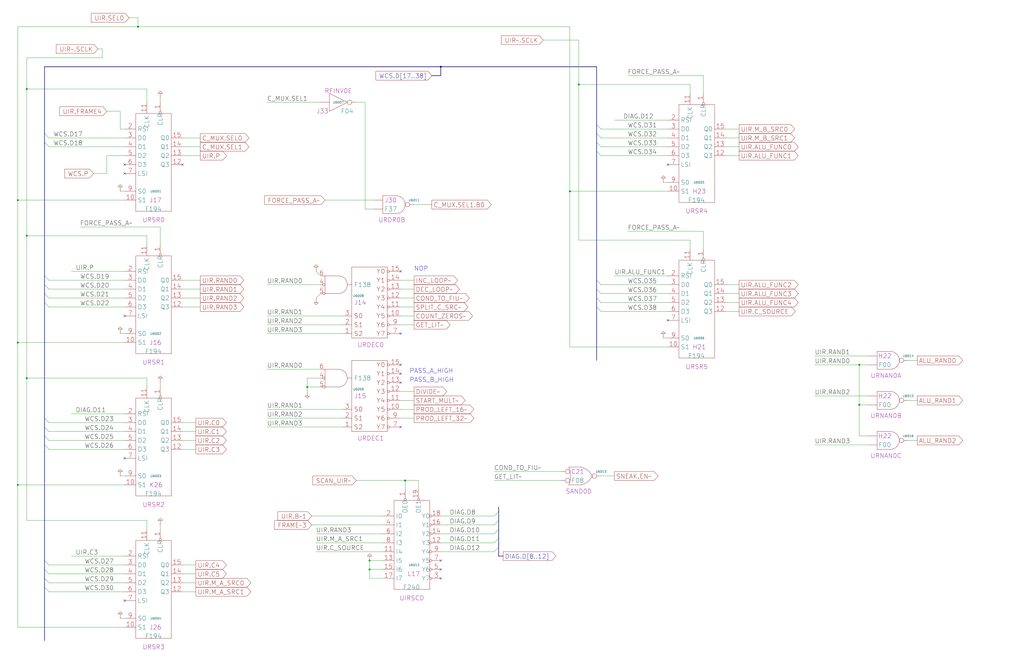
<source format=kicad_sch>
(kicad_sch (version 20211123) (generator eeschema)
  (paper "User" 584.2 378.46)
  (title_block (title "WRITABLE CONTROL STORE\\nMICRO INSTRUCTION REGISTER") (date "22-MAR-90") (rev "1.0") (comment 1 "VALUE") (comment 2 "232-003063") (comment 3 "S400") (comment 4 "RELEASED"))
  (lib_symbols
    (symbol "r1000:F00" (pin_numbers hide) (pin_names hide)
      (property "Reference" "U" (at 15.24 0 0))
      (property "Value" "F00" (at 1.905 -5.08 0))
      (property "Location" "___" (at 1.905 0 0))
      (property "Name" "______" (at 2.54 -12.7 0))
      (symbol "F00_0_1"
        (polyline (pts (xy -2.54 -7.62) (xy 5.08 -7.62)) (stroke (width 0.1524)))
        (polyline (pts (xy -2.54 2.54) (xy -2.54 -7.62)) (stroke (width 0.1524)))
        (polyline (pts (xy -2.54 2.54) (xy 5.08 2.54)) (stroke (width 0.1524)))
        (arc (start 5.08 -7.62) (mid 10.1282 -2.54) (end 5.08 2.54) (stroke (width 0.1524)))
        (circle (center 11.43 -2.54) (radius 1.27) (stroke (width 0.1524)))
      )
      (symbol "F00_0_2"
        (circle (center -3.81 -5.08) (radius 1.27) (stroke (width 0.1524)))
        (circle (center -3.81 0) (radius 1.27) (stroke (width 0.1524)))
        (arc (start -3.175 -7.62) (mid -2.134 -2.54) (end -3.175 2.54) (stroke (width 0.1524)))
        (polyline (pts (xy -3.175 -7.62) (xy 3.81 -7.62)) (stroke (width 0.1524)))
        (polyline (pts (xy -3.175 2.54) (xy 3.81 2.54)) (stroke (width 0.1524)))
        (arc (start 3.81 -7.62) (mid 7.5855 -5.8306) (end 10.16 -2.54) (stroke (width 0.1524)))
        (arc (start 10.16 -2.54) (mid 7.5827 0.7471) (end 3.81 2.54) (stroke (width 0.1524)))
      )
      (symbol "F00_1_1"
        (pin input line (at -7.62 0 0) (length 5.08) (name "D0") (number "1"))
        (pin input line (at -7.62 -5.08 0) (length 5.08) (name "D1") (number "2"))
        (pin output line (at 15.24 -2.54 180) (length 2.54) (name "Q") (number "3"))
      )
      (symbol "F00_1_2"
        (pin input line (at -7.62 0 0) (length 2.54) (name "D0") (number "1"))
        (pin input line (at -7.62 -5.08 0) (length 2.54) (name "D1") (number "2"))
        (pin output line (at 15.24 -2.54 180) (length 5.08) (name "Q") (number "3"))
      )
    )
    (symbol "r1000:F04" (pin_numbers hide) (pin_names hide)
      (property "Reference" "U" (at 0 0 0))
      (property "Value" "F04" (at 1.27 -5.08 0))
      (property "Location" "___" (at -12.7 -5.08 0))
      (property "Name" "______" (at 0 5.08 0))
      (symbol "F04_0_1"
        (polyline (pts (xy -7.62 0) (xy -5.08 0)) (stroke (width 0.1524)))
        (polyline (pts (xy -5.08 5.08) (xy -5.08 -5.08)) (stroke (width 0.1524)))
        (polyline (pts (xy 5.08 0) (xy -5.08 -5.08)) (stroke (width 0.1524)))
        (polyline (pts (xy 5.08 0) (xy -5.08 5.08)) (stroke (width 0.1524)))
        (circle (center 6.35 0) (radius 1.27) (stroke (width 0.1524)))
      )
      (symbol "F04_1_1"
        (pin input line (at -10.16 0 0) (length 2.54) (name "D") (number "1"))
        (pin output line (at 10.16 0 180) (length 2.54) (name "Q") (number "2"))
      )
    )
    (symbol "r1000:F08" (pin_numbers hide) (pin_names hide)
      (property "Reference" "U" (at 15.24 0 0))
      (property "Value" "F08" (at 1.905 -5.08 0))
      (property "Location" "___" (at 1.905 0 0))
      (property "Name" "______" (at 2.54 -12.7 0))
      (symbol "F08_0_1"
        (polyline (pts (xy -2.54 -7.62) (xy 5.08 -7.62)) (stroke (width 0.1524)))
        (polyline (pts (xy -2.54 2.54) (xy -2.54 -7.62)) (stroke (width 0.1524)))
        (polyline (pts (xy -2.54 2.54) (xy 5.08 2.54)) (stroke (width 0.1524)))
        (arc (start 5.08 -7.62) (mid 10.1282 -2.54) (end 5.08 2.54) (stroke (width 0.1524)))
        (circle (center 11.43 -2.54) (radius 1.27) (stroke (width 0.1524)))
      )
      (symbol "F08_0_2"
        (circle (center -3.81 -5.08) (radius 1.27) (stroke (width 0.1524)))
        (circle (center -3.81 0) (radius 1.27) (stroke (width 0.1524)))
        (arc (start -3.175 -7.62) (mid -2.134 -2.54) (end -3.175 2.54) (stroke (width 0.1524)))
        (polyline (pts (xy -3.175 -7.62) (xy 3.81 -7.62)) (stroke (width 0.1524)))
        (polyline (pts (xy -3.175 2.54) (xy 3.81 2.54)) (stroke (width 0.1524)))
        (arc (start 3.81 -7.62) (mid 7.5855 -5.8306) (end 10.16 -2.54) (stroke (width 0.1524)))
        (arc (start 10.16 -2.54) (mid 7.5827 0.7471) (end 3.81 2.54) (stroke (width 0.1524)))
        (circle (center 11.43 -2.54) (radius 1.27) (stroke (width 0.1524)))
      )
      (symbol "F08_1_1"
        (pin input line (at -7.62 0 0) (length 5.08) (name "D0") (number "1"))
        (pin input line (at -7.62 -5.08 0) (length 5.08) (name "D1") (number "2"))
        (pin output line (at 15.24 -2.54 180) (length 2.54) (name "Q") (number "3"))
      )
      (symbol "F08_1_2"
        (pin input line (at -7.62 0 0) (length 2.54) (name "D0") (number "1"))
        (pin input line (at -7.62 -5.08 0) (length 2.54) (name "D1") (number "2"))
        (pin output line (at 15.24 -2.54 180) (length 2.54) (name "Q") (number "3"))
      )
    )
    (symbol "r1000:F138" (pin_names (offset 1.016) hide)
      (property "Reference" "U" (at 1.27 3.81 0))
      (property "Value" "F138" (at -1.27 10.16 0))
      (property "Location" "___" (at -1.27 0 0))
      (property "Name" "______" (at 8.255 -24.13 0))
      (symbol "F138_0_0"
        (arc (start -10.16 5.08) (mid -6.5679 6.5679) (end -5.08 10.16) (stroke (width 0.1524)))
        (arc (start -5.08 10.16) (mid -6.5679 13.7521) (end -10.16 15.24) (stroke (width 0.1524)))
        (polyline (pts (xy -17.78 5.08) (xy -10.16 5.08)) (stroke (width 0.1524)))
        (polyline (pts (xy -17.78 15.24) (xy -10.16 15.24)) (stroke (width 0.1524)))
      )
      (symbol "F138_0_1"
        (circle (center -18.415 5.08) (radius 0.635) (stroke (width 0.1524)))
        (circle (center -18.415 10.16) (radius 0.635) (stroke (width 0.1524)))
        (rectangle (start -2.54 20.32) (end 17.78 -20.32) (stroke (width 0.1524)))
        (polyline (pts (xy -19.05 15.24) (xy -17.78 15.24)) (stroke (width 0.1524)))
        (polyline (pts (xy -17.78 15.24) (xy -17.78 5.08)) (stroke (width 0.1524)))
        (polyline (pts (xy -2.54 10.16) (xy -5.08 10.16)) (stroke (width 0.1524)))
      )
      (symbol "F138_1_1"
        (circle (center 18.415 -17.78) (radius 0.635))
        (circle (center 18.415 -12.7) (radius 0.635))
        (circle (center 18.415 -7.62) (radius 0.635))
        (circle (center 18.415 -2.54) (radius 0.635))
        (circle (center 18.415 2.54) (radius 0.635))
        (circle (center 18.415 7.62) (radius 0.635))
        (circle (center 18.415 12.7) (radius 0.635))
        (circle (center 18.415 17.78) (radius 0.635))
        (text "0" (at 2.54 -7.62 0) (effects (font (size 2.54 2.54))))
        (text "0" (at 15.24 17.78 0) (effects (font (size 2.54 2.54))))
        (text "1" (at 2.54 -12.7 0) (effects (font (size 2.54 2.54))))
        (text "1" (at 15.24 12.7 0) (effects (font (size 2.54 2.54))))
        (text "2" (at 2.54 -17.78 0) (effects (font (size 2.54 2.54))))
        (text "2" (at 15.24 7.62 0) (effects (font (size 2.54 2.54))))
        (text "3" (at 15.24 2.54 0) (effects (font (size 2.54 2.54))))
        (text "4" (at 15.24 -2.54 0) (effects (font (size 2.54 2.54))))
        (text "5" (at 15.24 -7.62 0) (effects (font (size 2.54 2.54))))
        (text "6" (at 15.24 -12.7 0) (effects (font (size 2.54 2.54))))
        (text "7" (at 15.24 -17.78 0) (effects (font (size 2.54 2.54))))
        (text "S" (at 0 -17.78 0) (effects (font (size 2.54 2.54))))
        (text "S" (at 0 -12.7 0) (effects (font (size 2.54 2.54))))
        (text "S" (at 0 -7.62 0) (effects (font (size 2.54 2.54))))
        (text "Y" (at 12.7 -17.78 0) (effects (font (size 2.54 2.54))))
        (text "Y" (at 12.7 -12.7 0) (effects (font (size 2.54 2.54))))
        (text "Y" (at 12.7 -7.62 0) (effects (font (size 2.54 2.54))))
        (text "Y" (at 12.7 -2.54 0) (effects (font (size 2.54 2.54))))
        (text "Y" (at 12.7 2.54 0) (effects (font (size 2.54 2.54))))
        (text "Y" (at 12.7 7.62 0) (effects (font (size 2.54 2.54))))
        (text "Y" (at 12.7 12.7 0) (effects (font (size 2.54 2.54))))
        (text "Y" (at 12.7 17.78 0) (effects (font (size 2.54 2.54))))
        (pin input line (at -7.62 -17.78 0) (length 5.08) (name "S2") (number "1"))
        (pin output line (at 25.4 -7.62 180) (length 6.35) (name "Y5_") (number "10"))
        (pin output line (at 25.4 -2.54 180) (length 6.35) (name "Y4_") (number "11"))
        (pin output line (at 25.4 2.54 180) (length 6.35) (name "Y3_") (number "12"))
        (pin output line (at 25.4 7.62 180) (length 6.35) (name "Y2_") (number "13"))
        (pin output line (at 25.4 12.7 180) (length 6.35) (name "Y1_") (number "14"))
        (pin output line (at 25.4 17.78 180) (length 6.35) (name "Y0_") (number "15"))
        (pin input line (at -7.62 -12.7 0) (length 5.08) (name "S1") (number "2"))
        (pin input line (at -7.62 -7.62 0) (length 5.08) (name "S0") (number "3"))
        (pin input line (at -20.32 10.16 0) (length 1.27) (name "D1") (number "4"))
        (pin input line (at -20.32 5.08 0) (length 1.27) (name "D2") (number "5"))
        (pin input line (at -20.32 15.24 0) (length 1.27) (name "D0") (number "6"))
        (pin output line (at 25.4 -17.78 180) (length 6.35) (name "Y7_") (number "7"))
        (pin output line (at 25.4 -12.7 180) (length 6.35) (name "Y6_") (number "9"))
      )
    )
    (symbol "r1000:F194" (pin_names (offset 1.016))
      (property "Reference" "U" (at 2.54 5.08 0))
      (property "Value" "F194" (at -3.81 -5.08 0))
      (property "Location" "___" (at -1.27 0 0))
      (property "Name" "______" (at 1.27 -12.7 0))
      (symbol "F194_1_1"
        (rectangle (start -8.89 49.53) (end 11.43 -6.35))
        (circle (center 5.08 50.165) (radius 0.635))
        (pin input line (at 5.08 55.88 270) (length 5.08) (name "CLR") (number "1"))
        (pin input line (at -15.24 0 0) (length 6.35) (name "S1") (number "10"))
        (pin input line (at -2.54 55.88 270) (length 6.35) (name "CLK") (number "11"))
        (pin output line (at 17.78 20.32 180) (length 6.35) (name "Q3") (number "12"))
        (pin output line (at 17.78 25.4 180) (length 6.35) (name "Q2") (number "13"))
        (pin output line (at 17.78 30.48 180) (length 6.35) (name "Q1") (number "14"))
        (pin output line (at 17.78 35.56 180) (length 6.35) (name "Q0") (number "15"))
        (pin input line (at -15.24 40.64 0) (length 6.35) (name "RSI") (number "2"))
        (pin input line (at -15.24 35.56 0) (length 6.35) (name "D0") (number "3"))
        (pin input line (at -15.24 30.48 0) (length 6.35) (name "D1") (number "4"))
        (pin input line (at -15.24 25.4 0) (length 6.35) (name "D2") (number "5"))
        (pin input line (at -15.24 20.32 0) (length 6.35) (name "D3") (number "6"))
        (pin input line (at -15.24 15.24 0) (length 6.35) (name "LSI") (number "7"))
        (pin input line (at -15.24 5.08 0) (length 6.35) (name "S0") (number "9"))
      )
    )
    (symbol "r1000:F240" (pin_names (offset 1.016))
      (property "Reference" "U" (at 2.54 5.08 0))
      (property "Value" "F240" (at -3.81 -7.62 0))
      (property "Location" "___" (at -1.27 0 0))
      (property "Name" "______" (at 1.27 -15.24 0))
      (symbol "F240_1_1"
        (rectangle (start -8.89 41.91) (end 11.43 -8.89))
        (circle (center -2.54 42.545) (radius 0.635))
        (circle (center 5.08 42.545) (radius 0.635))
        (circle (center 12.065 -2.54) (radius 0.635))
        (circle (center 12.065 2.54) (radius 0.635))
        (circle (center 12.065 7.62) (radius 0.635))
        (circle (center 12.065 12.7) (radius 0.635))
        (circle (center 12.065 17.78) (radius 0.635))
        (circle (center 12.065 22.86) (radius 0.635))
        (circle (center 12.065 27.94) (radius 0.635))
        (circle (center 12.065 33.02) (radius 0.635))
        (pin input line (at -2.54 48.26 270) (length 5.08) (name "OE0") (number "1"))
        (pin input line (at -15.24 12.7 0) (length 6.35) (name "I4") (number "11"))
        (pin tri_state line (at 17.78 17.78 180) (length 5.08) (name "Y3") (number "12"))
        (pin input line (at -15.24 7.62 0) (length 6.35) (name "I5") (number "13"))
        (pin tri_state line (at 17.78 22.86 180) (length 5.08) (name "Y2") (number "14"))
        (pin input line (at -15.24 2.54 0) (length 6.35) (name "I6") (number "15"))
        (pin tri_state line (at 17.78 27.94 180) (length 5.08) (name "Y1") (number "16"))
        (pin input line (at -15.24 -2.54 0) (length 6.35) (name "I7") (number "17"))
        (pin tri_state line (at 17.78 33.02 180) (length 5.08) (name "Y0") (number "18"))
        (pin input line (at 5.08 48.26 270) (length 5.08) (name "OE1") (number "19"))
        (pin input line (at -15.24 33.02 0) (length 6.35) (name "I0") (number "2"))
        (pin tri_state line (at 17.78 -2.54 180) (length 5.08) (name "Y7") (number "3"))
        (pin input line (at -15.24 27.94 0) (length 6.35) (name "I1") (number "4"))
        (pin tri_state line (at 17.78 2.54 180) (length 5.08) (name "Y6") (number "5"))
        (pin input line (at -15.24 22.86 0) (length 6.35) (name "I2") (number "6"))
        (pin tri_state line (at 17.78 7.62 180) (length 5.08) (name "Y5") (number "7"))
        (pin input line (at -15.24 17.78 0) (length 6.35) (name "I3") (number "8"))
        (pin tri_state line (at 17.78 12.7 180) (length 5.08) (name "Y4") (number "9"))
      )
    )
    (symbol "r1000:F37" (pin_numbers hide) (pin_names (offset 0) hide)
      (property "Reference" "U" (at 15.24 0 0))
      (property "Value" "F37" (at 1.905 -5.08 0))
      (property "Location" "___" (at 1.905 0 0))
      (property "Name" "______" (at 2.54 -12.7 0))
      (symbol "F37_0_1"
        (polyline (pts (xy -2.54 -7.62) (xy 5.08 -7.62)) (stroke (width 0.1524)))
        (polyline (pts (xy -2.54 2.54) (xy -2.54 -7.62)) (stroke (width 0.1524)))
        (polyline (pts (xy -2.54 2.54) (xy 5.08 2.54)) (stroke (width 0.1524)))
        (arc (start 5.08 -7.62) (mid 10.1282 -2.54) (end 5.08 2.54) (stroke (width 0.1524)))
        (circle (center 11.43 -2.54) (radius 1.27) (stroke (width 0.1524)))
      )
      (symbol "F37_0_2"
        (circle (center -3.81 -5.08) (radius 1.27) (stroke (width 0.1524)))
        (circle (center -3.81 0) (radius 1.27) (stroke (width 0.1524)))
        (arc (start -3.175 -7.62) (mid -2.134 -2.54) (end -3.175 2.54) (stroke (width 0.1524)))
        (polyline (pts (xy -3.175 -7.62) (xy 3.81 -7.62)) (stroke (width 0.1524)))
        (polyline (pts (xy -3.175 2.54) (xy 3.81 2.54)) (stroke (width 0.1524)))
        (arc (start 3.81 -7.62) (mid 7.5855 -5.8306) (end 10.16 -2.54) (stroke (width 0.1524)))
        (arc (start 10.16 -2.54) (mid 7.5827 0.7471) (end 3.81 2.54) (stroke (width 0.1524)))
      )
      (symbol "F37_1_1"
        (pin input line (at -7.62 0 0) (length 5.08) (name "D0") (number "1"))
        (pin input line (at -7.62 -5.08 0) (length 5.08) (name "D1") (number "2"))
        (pin output line (at 15.24 -2.54 180) (length 2.54) (name "Q") (number "3"))
      )
      (symbol "F37_1_2"
        (pin input line (at -7.62 0 0) (length 2.54) (name "D0") (number "1"))
        (pin input line (at -7.62 -5.08 0) (length 2.54) (name "D1") (number "2"))
        (pin output line (at 15.24 -2.54 180) (length 5.08) (name "Q") (number "3"))
      )
    )
    (symbol "r1000:PD" (power) (pin_numbers hide) (pin_names hide) (in_bom no)
      (symbol "PD_0_1"
        (polyline (pts (xy 0 -2.54) (xy 1.27 -2.54) (xy 0 -3.81) (xy -1.27 -2.54) (xy 0 -2.54)) (stroke (width 0.1524)))
      )
      (symbol "PD_1_1"
        (pin power_in line (at 0 0 270) (length 2.54) (name "PD") (number "1"))
      )
    )
    (symbol "r1000:PU" (power) (pin_numbers hide) (pin_names hide)
      (symbol "PU_0_1"
        (polyline (pts (xy 0 2.54) (xy -1.27 2.54) (xy 0 3.81) (xy 1.27 2.54) (xy 0 2.54)) (stroke (width 0.1524)))
      )
      (symbol "PU_1_1"
        (pin power_in line (at 0 0 90) (length 2.54) (name "PU") (number "1"))
      )
    )
  )
  (bus (pts (xy 246.38 43.18) (xy 251.46 43.18)))
  (bus (pts (xy 25.4 157.48) (xy 25.4 162.56)))
  (bus (pts (xy 25.4 162.56) (xy 25.4 167.64)))
  (bus (pts (xy 25.4 167.64) (xy 25.4 172.72)))
  (bus (pts (xy 25.4 172.72) (xy 25.4 238.76)))
  (bus (pts (xy 25.4 238.76) (xy 25.4 243.84)))
  (bus (pts (xy 25.4 243.84) (xy 25.4 248.92)))
  (bus (pts (xy 25.4 248.92) (xy 25.4 254)))
  (bus (pts (xy 25.4 254) (xy 25.4 320.04)))
  (bus (pts (xy 25.4 320.04) (xy 25.4 325.12)))
  (bus (pts (xy 25.4 325.12) (xy 25.4 330.2)))
  (bus (pts (xy 25.4 330.2) (xy 25.4 335.28)))
  (bus (pts (xy 25.4 335.28) (xy 25.4 365.76)))
  (bus (pts (xy 25.4 38.1) (xy 25.4 76.2)))
  (bus (pts (xy 25.4 38.1) (xy 251.46 38.1)))
  (bus (pts (xy 25.4 76.2) (xy 25.4 81.28)))
  (bus (pts (xy 25.4 81.28) (xy 25.4 157.48)))
  (bus (pts (xy 251.46 38.1) (xy 340.36 38.1)))
  (bus (pts (xy 251.46 43.18) (xy 251.46 38.1)))
  (bus (pts (xy 284.48 289.56) (xy 284.48 292.1)))
  (bus (pts (xy 284.48 292.1) (xy 284.48 297.18)))
  (bus (pts (xy 284.48 297.18) (xy 284.48 302.26)))
  (bus (pts (xy 284.48 302.26) (xy 284.48 307.34)))
  (bus (pts (xy 284.48 307.34) (xy 284.48 312.42)))
  (bus (pts (xy 284.48 312.42) (xy 284.48 317.5)))
  (bus (pts (xy 284.48 317.5) (xy 287.02 317.5)))
  (bus (pts (xy 340.36 160.02) (xy 340.36 165.1)))
  (bus (pts (xy 340.36 165.1) (xy 340.36 170.18)))
  (bus (pts (xy 340.36 170.18) (xy 340.36 175.26)))
  (bus (pts (xy 340.36 175.26) (xy 340.36 205.74)))
  (bus (pts (xy 340.36 38.1) (xy 340.36 71.12)))
  (bus (pts (xy 340.36 71.12) (xy 340.36 76.2)))
  (bus (pts (xy 340.36 76.2) (xy 340.36 81.28)))
  (bus (pts (xy 340.36 81.28) (xy 340.36 86.36)))
  (bus (pts (xy 340.36 86.36) (xy 340.36 160.02)))
  (wire (pts (xy 10.16 114.3) (xy 10.16 15.24)))
  (wire (pts (xy 10.16 114.3) (xy 71.12 114.3)))
  (wire (pts (xy 10.16 15.24) (xy 78.74 15.24)))
  (wire (pts (xy 10.16 195.58) (xy 10.16 114.3)))
  (wire (pts (xy 10.16 195.58) (xy 71.12 195.58)))
  (wire (pts (xy 10.16 276.86) (xy 10.16 195.58)))
  (wire (pts (xy 10.16 276.86) (xy 71.12 276.86)))
  (wire (pts (xy 10.16 358.14) (xy 10.16 276.86)))
  (wire (pts (xy 10.16 358.14) (xy 71.12 358.14)))
  (wire (pts (xy 104.14 160.02) (xy 114.3 160.02)))
  (wire (pts (xy 104.14 165.1) (xy 114.3 165.1)))
  (wire (pts (xy 104.14 170.18) (xy 114.3 170.18)))
  (wire (pts (xy 104.14 175.26) (xy 114.3 175.26)))
  (wire (pts (xy 104.14 241.3) (xy 111.76 241.3)))
  (wire (pts (xy 104.14 246.38) (xy 111.76 246.38)))
  (wire (pts (xy 104.14 251.46) (xy 111.76 251.46)))
  (wire (pts (xy 104.14 256.54) (xy 111.76 256.54)))
  (wire (pts (xy 104.14 322.58) (xy 111.76 322.58)))
  (wire (pts (xy 104.14 327.66) (xy 111.76 327.66)))
  (wire (pts (xy 104.14 332.74) (xy 111.76 332.74)))
  (wire (pts (xy 104.14 337.82) (xy 111.76 337.82)))
  (wire (pts (xy 104.14 78.74) (xy 114.3 78.74)))
  (wire (pts (xy 104.14 83.82) (xy 114.3 83.82)))
  (wire (pts (xy 104.14 88.9) (xy 114.3 88.9)))
  (wire (pts (xy 15.24 134.62) (xy 15.24 215.9)))
  (wire (pts (xy 15.24 134.62) (xy 83.82 134.62)))
  (wire (pts (xy 15.24 215.9) (xy 15.24 297.18)))
  (wire (pts (xy 15.24 215.9) (xy 83.82 215.9)))
  (wire (pts (xy 15.24 297.18) (xy 83.82 297.18)))
  (wire (pts (xy 15.24 33.02) (xy 15.24 50.8)))
  (wire (pts (xy 15.24 50.8) (xy 15.24 134.62)))
  (wire (pts (xy 15.24 50.8) (xy 83.82 50.8)))
  (wire (pts (xy 152.4 162.56) (xy 182.88 162.56)))
  (wire (pts (xy 152.4 180.34) (xy 195.58 180.34)))
  (wire (pts (xy 152.4 185.42) (xy 195.58 185.42)))
  (wire (pts (xy 152.4 190.5) (xy 195.58 190.5)))
  (wire (pts (xy 152.4 210.82) (xy 182.88 210.82)))
  (wire (pts (xy 152.4 233.68) (xy 195.58 233.68)))
  (wire (pts (xy 152.4 238.76) (xy 195.58 238.76)))
  (wire (pts (xy 152.4 243.84) (xy 195.58 243.84)))
  (wire (pts (xy 152.4 58.42) (xy 182.88 58.42)))
  (wire (pts (xy 175.26 215.9) (xy 182.88 215.9)))
  (wire (pts (xy 175.26 220.98) (xy 175.26 215.9)))
  (wire (pts (xy 175.26 220.98) (xy 182.88 220.98)))
  (wire (pts (xy 175.26 223.52) (xy 175.26 220.98)))
  (wire (pts (xy 177.8 294.64) (xy 218.44 294.64)))
  (wire (pts (xy 177.8 299.72) (xy 218.44 299.72)))
  (wire (pts (xy 180.34 154.94) (xy 182.88 157.48)))
  (wire (pts (xy 180.34 304.8) (xy 218.44 304.8)))
  (wire (pts (xy 180.34 309.88) (xy 218.44 309.88)))
  (wire (pts (xy 180.34 314.96) (xy 218.44 314.96)))
  (wire (pts (xy 182.88 167.64) (xy 180.34 170.18)))
  (wire (pts (xy 185.42 114.3) (xy 213.36 114.3)))
  (wire (pts (xy 203.2 274.32) (xy 231.14 274.32)))
  (wire (pts (xy 203.2 58.42) (xy 208.28 58.42)))
  (wire (pts (xy 208.28 119.38) (xy 213.36 119.38)))
  (wire (pts (xy 208.28 58.42) (xy 208.28 119.38)))
  (wire (pts (xy 210.82 320.04) (xy 218.44 320.04)))
  (wire (pts (xy 210.82 325.12) (xy 210.82 320.04)))
  (wire (pts (xy 210.82 325.12) (xy 218.44 325.12)))
  (wire (pts (xy 210.82 330.2) (xy 210.82 325.12)))
  (wire (pts (xy 218.44 330.2) (xy 210.82 330.2)))
  (wire (pts (xy 228.6 160.02) (xy 236.22 160.02)))
  (wire (pts (xy 228.6 165.1) (xy 236.22 165.1)))
  (wire (pts (xy 228.6 170.18) (xy 236.22 170.18)))
  (wire (pts (xy 228.6 175.26) (xy 236.22 175.26)))
  (wire (pts (xy 228.6 180.34) (xy 236.22 180.34)))
  (wire (pts (xy 228.6 185.42) (xy 236.22 185.42)))
  (wire (pts (xy 228.6 223.52) (xy 236.22 223.52)))
  (wire (pts (xy 228.6 228.6) (xy 236.22 228.6)))
  (wire (pts (xy 228.6 233.68) (xy 236.22 233.68)))
  (wire (pts (xy 228.6 238.76) (xy 236.22 238.76)))
  (wire (pts (xy 231.14 274.32) (xy 231.14 279.4)))
  (wire (pts (xy 231.14 274.32) (xy 238.76 274.32)))
  (wire (pts (xy 236.22 116.84) (xy 246.38 116.84)))
  (wire (pts (xy 238.76 274.32) (xy 238.76 279.4)))
  (wire (pts (xy 251.46 294.64) (xy 281.94 294.64)))
  (wire (pts (xy 251.46 299.72) (xy 281.94 299.72)))
  (wire (pts (xy 251.46 304.8) (xy 281.94 304.8)))
  (wire (pts (xy 251.46 309.88) (xy 281.94 309.88)))
  (wire (pts (xy 251.46 314.96) (xy 281.94 314.96)))
  (wire (pts (xy 27.94 160.02) (xy 71.12 160.02)))
  (wire (pts (xy 27.94 165.1) (xy 71.12 165.1)))
  (wire (pts (xy 27.94 170.18) (xy 71.12 170.18)))
  (wire (pts (xy 27.94 175.26) (xy 71.12 175.26)))
  (wire (pts (xy 27.94 241.3) (xy 71.12 241.3)))
  (wire (pts (xy 27.94 246.38) (xy 71.12 246.38)))
  (wire (pts (xy 27.94 251.46) (xy 71.12 251.46)))
  (wire (pts (xy 27.94 256.54) (xy 71.12 256.54)))
  (wire (pts (xy 27.94 322.58) (xy 71.12 322.58)))
  (wire (pts (xy 27.94 327.66) (xy 71.12 327.66)))
  (wire (pts (xy 27.94 332.74) (xy 71.12 332.74)))
  (wire (pts (xy 27.94 337.82) (xy 71.12 337.82)))
  (wire (pts (xy 27.94 78.74) (xy 71.12 78.74)))
  (wire (pts (xy 27.94 83.82) (xy 71.12 83.82)))
  (wire (pts (xy 281.94 269.24) (xy 320.04 269.24)))
  (wire (pts (xy 281.94 274.32) (xy 320.04 274.32)))
  (wire (pts (xy 309.88 22.86) (xy 330.2 22.86)))
  (wire (pts (xy 325.12 109.22) (xy 325.12 198.12)))
  (wire (pts (xy 325.12 109.22) (xy 381 109.22)))
  (wire (pts (xy 325.12 15.24) (xy 325.12 109.22)))
  (wire (pts (xy 325.12 198.12) (xy 381 198.12)))
  (wire (pts (xy 330.2 137.16) (xy 330.2 48.26)))
  (wire (pts (xy 330.2 137.16) (xy 393.7 137.16)))
  (wire (pts (xy 330.2 48.26) (xy 330.2 22.86)))
  (wire (pts (xy 330.2 48.26) (xy 393.7 48.26)))
  (wire (pts (xy 342.9 162.56) (xy 381 162.56)))
  (wire (pts (xy 342.9 167.64) (xy 381 167.64)))
  (wire (pts (xy 342.9 172.72) (xy 381 172.72)))
  (wire (pts (xy 342.9 177.8) (xy 381 177.8)))
  (wire (pts (xy 342.9 271.78) (xy 350.52 271.78)))
  (wire (pts (xy 342.9 73.66) (xy 381 73.66)))
  (wire (pts (xy 342.9 78.74) (xy 381 78.74)))
  (wire (pts (xy 342.9 83.82) (xy 381 83.82)))
  (wire (pts (xy 342.9 88.9) (xy 381 88.9)))
  (wire (pts (xy 350.52 157.48) (xy 381 157.48)))
  (wire (pts (xy 350.52 68.58) (xy 381 68.58)))
  (wire (pts (xy 358.14 132.08) (xy 401.32 132.08)))
  (wire (pts (xy 358.14 43.18) (xy 401.32 43.18)))
  (wire (pts (xy 378.46 104.14) (xy 381 104.14)))
  (wire (pts (xy 378.46 193.04) (xy 381 193.04)))
  (wire (pts (xy 393.7 142.24) (xy 393.7 137.16)))
  (wire (pts (xy 393.7 53.34) (xy 393.7 48.26)))
  (wire (pts (xy 40.64 154.94) (xy 71.12 154.94)))
  (wire (pts (xy 40.64 236.22) (xy 71.12 236.22)))
  (wire (pts (xy 40.64 317.5) (xy 71.12 317.5)))
  (wire (pts (xy 401.32 132.08) (xy 401.32 142.24)))
  (wire (pts (xy 401.32 43.18) (xy 401.32 53.34)))
  (wire (pts (xy 414.02 162.56) (xy 421.64 162.56)))
  (wire (pts (xy 414.02 167.64) (xy 421.64 167.64)))
  (wire (pts (xy 414.02 172.72) (xy 421.64 172.72)))
  (wire (pts (xy 414.02 177.8) (xy 421.64 177.8)))
  (wire (pts (xy 414.02 73.66) (xy 421.64 73.66)))
  (wire (pts (xy 414.02 78.74) (xy 421.64 78.74)))
  (wire (pts (xy 414.02 83.82) (xy 421.64 83.82)))
  (wire (pts (xy 414.02 88.9) (xy 421.64 88.9)))
  (wire (pts (xy 45.72 129.54) (xy 91.44 129.54)))
  (wire (pts (xy 464.82 203.2) (xy 495.3 203.2)))
  (wire (pts (xy 464.82 208.28) (xy 490.22 208.28)))
  (wire (pts (xy 464.82 226.06) (xy 495.3 226.06)))
  (wire (pts (xy 464.82 254) (xy 495.3 254)))
  (wire (pts (xy 490.22 208.28) (xy 495.3 208.28)))
  (wire (pts (xy 490.22 231.14) (xy 490.22 208.28)))
  (wire (pts (xy 490.22 231.14) (xy 495.3 231.14)))
  (wire (pts (xy 490.22 248.92) (xy 490.22 231.14)))
  (wire (pts (xy 495.3 248.92) (xy 490.22 248.92)))
  (wire (pts (xy 518.16 205.74) (xy 523.24 205.74)))
  (wire (pts (xy 518.16 228.6) (xy 523.24 228.6)))
  (wire (pts (xy 518.16 251.46) (xy 523.24 251.46)))
  (wire (pts (xy 53.34 99.06) (xy 60.96 99.06)))
  (wire (pts (xy 55.88 27.94) (xy 58.42 27.94)))
  (wire (pts (xy 58.42 27.94) (xy 58.42 33.02)))
  (wire (pts (xy 58.42 33.02) (xy 15.24 33.02)))
  (wire (pts (xy 60.96 63.5) (xy 68.58 63.5)))
  (wire (pts (xy 60.96 88.9) (xy 71.12 88.9)))
  (wire (pts (xy 60.96 99.06) (xy 60.96 88.9)))
  (wire (pts (xy 68.58 109.22) (xy 71.12 109.22)))
  (wire (pts (xy 68.58 190.5) (xy 71.12 190.5)))
  (wire (pts (xy 68.58 271.78) (xy 71.12 271.78)))
  (wire (pts (xy 68.58 353.06) (xy 71.12 353.06)))
  (wire (pts (xy 68.58 63.5) (xy 68.58 73.66)))
  (wire (pts (xy 68.58 73.66) (xy 71.12 73.66)))
  (wire (pts (xy 73.66 10.16) (xy 78.74 10.16)))
  (wire (pts (xy 78.74 10.16) (xy 78.74 15.24)))
  (wire (pts (xy 78.74 15.24) (xy 325.12 15.24)))
  (wire (pts (xy 83.82 139.7) (xy 83.82 134.62)))
  (wire (pts (xy 83.82 220.98) (xy 83.82 215.9)))
  (wire (pts (xy 83.82 302.26) (xy 83.82 297.18)))
  (wire (pts (xy 83.82 58.42) (xy 83.82 50.8)))
  (wire (pts (xy 91.44 129.54) (xy 91.44 139.7)))
  (wire (pts (xy 91.44 218.44) (xy 91.44 220.98)))
  (wire (pts (xy 91.44 299.72) (xy 91.44 302.26)))
  (wire (pts (xy 91.44 55.88) (xy 91.44 58.42)))
  (junction (at 10.16 114.3))
  (junction (at 10.16 195.58))
  (junction (at 10.16 276.86))
  (junction (at 15.24 50.8))
  (junction (at 15.24 134.62))
  (junction (at 15.24 215.9))
  (bus_entry (at 25.4 76.2) (size 2.54 2.54))
  (bus_entry (at 25.4 81.28) (size 2.54 2.54))
  (bus_entry (at 25.4 157.48) (size 2.54 2.54))
  (bus_entry (at 25.4 162.56) (size 2.54 2.54))
  (bus_entry (at 25.4 167.64) (size 2.54 2.54))
  (bus_entry (at 25.4 172.72) (size 2.54 2.54))
  (bus_entry (at 25.4 238.76) (size 2.54 2.54))
  (bus_entry (at 25.4 243.84) (size 2.54 2.54))
  (bus_entry (at 25.4 248.92) (size 2.54 2.54))
  (bus_entry (at 25.4 254) (size 2.54 2.54))
  (bus_entry (at 25.4 320.04) (size 2.54 2.54))
  (bus_entry (at 25.4 325.12) (size 2.54 2.54))
  (bus_entry (at 25.4 330.2) (size 2.54 2.54))
  (bus_entry (at 25.4 335.28) (size 2.54 2.54))
  (label "WCS.D17" (at 30.48 78.74 0) (effects (font (size 2.54 2.54))))
  (label "WCS.D18" (at 30.48 83.82 0) (effects (font (size 2.54 2.54))))
  (label "UIR.P" (at 43.18 154.94 0) (effects (font (size 2.54 2.54))))
  (label "DIAG.D11" (at 43.18 236.22 0) (effects (font (size 2.54 2.54))))
  (label "UIR.C3" (at 43.18 317.5 0) (effects (font (size 2.54 2.54))))
  (label "FORCE_PASS_A~" (at 45.72 129.54 0) (effects (font (size 2.54 2.54))))
  (label "WCS.D19" (at 45.72 160.02 0) (effects (font (size 2.54 2.54))))
  (label "WCS.D20" (at 45.72 165.1 0) (effects (font (size 2.54 2.54))))
  (label "WCS.D21" (at 45.72 170.18 0) (effects (font (size 2.54 2.54))))
  (label "WCS.D22" (at 45.72 175.26 0) (effects (font (size 2.54 2.54))))
  (label "WCS.D23" (at 48.26 241.3 0) (effects (font (size 2.54 2.54))))
  (label "WCS.D24" (at 48.26 246.38 0) (effects (font (size 2.54 2.54))))
  (label "WCS.D25" (at 48.26 251.46 0) (effects (font (size 2.54 2.54))))
  (label "WCS.D26" (at 48.26 256.54 0) (effects (font (size 2.54 2.54))))
  (label "WCS.D27" (at 48.26 322.58 0) (effects (font (size 2.54 2.54))))
  (label "WCS.D28" (at 48.26 327.66 0) (effects (font (size 2.54 2.54))))
  (label "WCS.D29" (at 48.26 332.74 0) (effects (font (size 2.54 2.54))))
  (label "WCS.D30" (at 48.26 337.82 0) (effects (font (size 2.54 2.54))))
  (global_label "WCS.P" (shape input) (at 53.34 99.06 180) (effects (font (size 2.54 2.54))) (property "Intersheet References" "${INTERSHEET_REFS}" (at 36.9026 98.9013 0) (effects (font (size 2.54 2.54)) (justify right))))
  (global_label "UIR~.SCLK" (shape input) (at 55.88 27.94 180) (effects (font (size 2.54 2.54))) (property "Intersheet References" "${INTERSHEET_REFS}" (at 25.8959 27.7813 0) (effects (font (size 2.54 2.54)) (justify right))))
  (global_label "UIR.FRAME4" (shape input) (at 60.96 63.5 180) (effects (font (size 2.54 2.54))) (property "Intersheet References" "${INTERSHEET_REFS}" (at 33.9997 63.3413 0) (effects (font (size 2.54 2.54)) (justify right))))
  (symbol (lib_id "r1000:PU") (at 68.58 109.22 0) (unit 1)
    (property "Reference" "#PWR06001" (effects hide))
    (property "Value" "PU" (effects hide))
  )
  (symbol (lib_id "r1000:PU") (at 68.58 190.5 0) (unit 1)
    (property "Reference" "#PWR06002" (effects hide))
    (property "Value" "PU" (effects hide))
  )
  (symbol (lib_id "r1000:PU") (at 68.58 271.78 0) (unit 1)
    (property "Reference" "#PWR06003" (effects hide))
    (property "Value" "PU" (effects hide))
  )
  (symbol (lib_id "r1000:PU") (at 68.58 353.06 0) (unit 1)
    (property "Reference" "#PWR06004" (effects hide))
    (property "Value" "PU" (effects hide))
  )
  (no_connect (at 71.12 93.98))
  (no_connect (at 71.12 99.06))
  (no_connect (at 71.12 180.34))
  (no_connect (at 71.12 261.62))
  (no_connect (at 71.12 342.9))
  (global_label "UIR.SEL0" (shape input) (at 73.66 10.16 180) (effects (font (size 2.54 2.54))) (property "Intersheet References" "${INTERSHEET_REFS}" (at 52.0216 10.0013 0) (effects (font (size 2.54 2.54)) (justify right))))
  (junction (at 78.74 15.24))
  (symbol (lib_id "r1000:F194") (at 86.36 114.3 0) (unit 1)
    (property "Reference" "U6001" (at 88.9 109.22 0))
    (property "Value" "F194" (at 82.55 119.38 0) (effects (font (size 2.54 2.54)) (justify left)))
    (property "Location" "J17" (at 85.09 114.3 0) (effects (font (size 2.54 2.54)) (justify left)))
    (property "Name" "URSR0" (at 87.63 127 0) (effects (font (size 2.54 2.54)) (justify bottom)))
  )
  (symbol (lib_id "r1000:F194") (at 86.36 195.58 0) (unit 1)
    (property "Reference" "U6002" (at 88.9 190.5 0))
    (property "Value" "F194" (at 82.55 200.66 0) (effects (font (size 2.54 2.54)) (justify left)))
    (property "Location" "J16" (at 85.09 195.58 0) (effects (font (size 2.54 2.54)) (justify left)))
    (property "Name" "URSR1" (at 87.63 208.28 0) (effects (font (size 2.54 2.54)) (justify bottom)))
  )
  (symbol (lib_id "r1000:F194") (at 86.36 276.86 0) (unit 1)
    (property "Reference" "U6003" (at 88.9 271.78 0))
    (property "Value" "F194" (at 82.55 281.94 0) (effects (font (size 2.54 2.54)) (justify left)))
    (property "Location" "K26" (at 85.09 276.86 0) (effects (font (size 2.54 2.54)) (justify left)))
    (property "Name" "URSR2" (at 87.63 289.56 0) (effects (font (size 2.54 2.54)) (justify bottom)))
  )
  (symbol (lib_id "r1000:F194") (at 86.36 358.14 0) (unit 1)
    (property "Reference" "U6004" (at 88.9 353.06 0))
    (property "Value" "F194" (at 82.55 363.22 0) (effects (font (size 2.54 2.54)) (justify left)))
    (property "Location" "J26" (at 85.09 358.14 0) (effects (font (size 2.54 2.54)) (justify left)))
    (property "Name" "URSR3" (at 87.63 370.84 0) (effects (font (size 2.54 2.54)) (justify bottom)))
  )
  (symbol (lib_id "r1000:PU") (at 91.44 55.88 0) (unit 1)
    (property "Reference" "#PWR0108" (effects hide))
    (property "Value" "PU" (effects hide))
  )
  (symbol (lib_id "r1000:PU") (at 91.44 218.44 0) (unit 1)
    (property "Reference" "#PWR0105" (effects hide))
    (property "Value" "PU" (effects hide))
  )
  (symbol (lib_id "r1000:PU") (at 91.44 299.72 0) (unit 1)
    (property "Reference" "#PWR0107" (effects hide))
    (property "Value" "PU" (effects hide))
  )
  (no_connect (at 104.14 93.98))
  (global_label "UIR.C0" (shape output) (at 111.76 241.3 0) (effects (font (size 2.54 2.54))) (property "Intersheet References" "${INTERSHEET_REFS}" (at 129.165 241.1413 0) (effects (font (size 2.54 2.54)) (justify left))))
  (global_label "UIR.C1" (shape output) (at 111.76 246.38 0) (effects (font (size 2.54 2.54))) (property "Intersheet References" "${INTERSHEET_REFS}" (at 129.165 246.2213 0) (effects (font (size 2.54 2.54)) (justify left))))
  (global_label "UIR.C2" (shape output) (at 111.76 251.46 0) (effects (font (size 2.54 2.54))) (property "Intersheet References" "${INTERSHEET_REFS}" (at 129.165 251.3013 0) (effects (font (size 2.54 2.54)) (justify left))))
  (global_label "UIR.C3" (shape output) (at 111.76 256.54 0) (effects (font (size 2.54 2.54))) (property "Intersheet References" "${INTERSHEET_REFS}" (at 129.165 256.3813 0) (effects (font (size 2.54 2.54)) (justify left))))
  (global_label "UIR.C4" (shape output) (at 111.76 322.58 0) (effects (font (size 2.54 2.54))) (property "Intersheet References" "${INTERSHEET_REFS}" (at 129.165 322.4213 0) (effects (font (size 2.54 2.54)) (justify left))))
  (global_label "UIR.C5" (shape output) (at 111.76 327.66 0) (effects (font (size 2.54 2.54))) (property "Intersheet References" "${INTERSHEET_REFS}" (at 129.165 327.5013 0) (effects (font (size 2.54 2.54)) (justify left))))
  (global_label "UIR.M_A_SRC0" (shape output) (at 111.76 332.74 0) (effects (font (size 2.54 2.54))) (property "Intersheet References" "${INTERSHEET_REFS}" (at 143.0746 332.5813 0) (effects (font (size 2.54 2.54)) (justify left))))
  (global_label "UIR.M_A_SRC1" (shape output) (at 111.76 337.82 0) (effects (font (size 2.54 2.54))) (property "Intersheet References" "${INTERSHEET_REFS}" (at 143.0746 337.6613 0) (effects (font (size 2.54 2.54)) (justify left))))
  (global_label "C_MUX.SEL0" (shape output) (at 114.3 78.74 0) (effects (font (size 2.54 2.54))) (property "Intersheet References" "${INTERSHEET_REFS}" (at 141.986 78.5813 0) (effects (font (size 2.54 2.54)) (justify left))))
  (global_label "C_MUX.SEL1" (shape output) (at 114.3 83.82 0) (effects (font (size 2.54 2.54))) (property "Intersheet References" "${INTERSHEET_REFS}" (at 141.986 83.6613 0) (effects (font (size 2.54 2.54)) (justify left))))
  (global_label "UIR.P" (shape output) (at 114.3 88.9 0) (effects (font (size 2.54 2.54))) (property "Intersheet References" "${INTERSHEET_REFS}" (at 129.286 88.7413 0) (effects (font (size 2.54 2.54)) (justify left))))
  (global_label "UIR.RAND0" (shape output) (at 114.3 160.02 0) (effects (font (size 2.54 2.54))) (property "Intersheet References" "${INTERSHEET_REFS}" (at 139.0831 159.8613 0) (effects (font (size 2.54 2.54)) (justify left))))
  (global_label "UIR.RAND1" (shape output) (at 114.3 165.1 0) (effects (font (size 2.54 2.54))) (property "Intersheet References" "${INTERSHEET_REFS}" (at 139.0831 164.9413 0) (effects (font (size 2.54 2.54)) (justify left))))
  (global_label "UIR.RAND2" (shape output) (at 114.3 170.18 0) (effects (font (size 2.54 2.54))) (property "Intersheet References" "${INTERSHEET_REFS}" (at 139.0831 170.0213 0) (effects (font (size 2.54 2.54)) (justify left))))
  (global_label "UIR.RAND3" (shape output) (at 114.3 175.26 0) (effects (font (size 2.54 2.54))) (property "Intersheet References" "${INTERSHEET_REFS}" (at 139.0831 175.1013 0) (effects (font (size 2.54 2.54)) (justify left))))
  (label "C_MUX.SEL1" (at 152.4 58.42 0) (effects (font (size 2.54 2.54))))
  (label "UIR.RAND0" (at 152.4 162.56 0) (effects (font (size 2.54 2.54))))
  (label "UIR.RAND1" (at 152.4 180.34 0) (effects (font (size 2.54 2.54))))
  (label "UIR.RAND2" (at 152.4 185.42 0) (effects (font (size 2.54 2.54))))
  (label "UIR.RAND3" (at 152.4 190.5 0) (effects (font (size 2.54 2.54))))
  (label "UIR.RAND0" (at 152.4 210.82 0) (effects (font (size 2.54 2.54))))
  (label "UIR.RAND1" (at 152.4 233.68 0) (effects (font (size 2.54 2.54))))
  (label "UIR.RAND2" (at 152.4 238.76 0) (effects (font (size 2.54 2.54))))
  (label "UIR.RAND3" (at 152.4 243.84 0) (effects (font (size 2.54 2.54))))
  (junction (at 175.26 220.98))
  (symbol (lib_id "r1000:PD") (at 175.26 223.52 0) (unit 1) (in_bom no)
    (property "Reference" "#PWR06007" (effects hide))
    (property "Value" "PD" (effects hide))
  )
  (global_label "UIR.B~1" (shape input) (at 177.8 294.64 180) (effects (font (size 2.54 2.54))) (property "Intersheet References" "${INTERSHEET_REFS}" (at 158.5807 294.4813 0) (effects (font (size 2.54 2.54)) (justify right))))
  (global_label "FRAME~3" (shape input) (at 177.8 299.72 180) (effects (font (size 2.54 2.54))) (property "Intersheet References" "${INTERSHEET_REFS}" (at 156.6454 299.5613 0) (effects (font (size 2.54 2.54)) (justify right))))
  (symbol (lib_id "r1000:PU") (at 180.34 154.94 0) (unit 1)
    (property "Reference" "#PWR06008" (effects hide))
    (property "Value" "PU" (effects hide))
  )
  (symbol (lib_id "r1000:PD") (at 180.34 170.18 0) (unit 1) (in_bom no)
    (property "Reference" "#PWR06009" (effects hide))
    (property "Value" "PD" (effects hide))
  )
  (label "UIR.RAND3" (at 180.34 304.8 0) (effects (font (size 2.54 2.54))))
  (label "UIR.M_A_SRC1" (at 180.34 309.88 0) (effects (font (size 2.54 2.54))))
  (label "UIR.C_SOURCE" (at 180.34 314.96 0) (effects (font (size 2.54 2.54))))
  (global_label "FORCE_PASS_A~" (shape input) (at 185.42 114.3 180) (effects (font (size 2.54 2.54))) (property "Intersheet References" "${INTERSHEET_REFS}" (at 150.9607 114.1413 0) (effects (font (size 2.54 2.54)) (justify right))))
  (symbol (lib_id "r1000:F04") (at 193.04 58.42 0) (unit 1)
    (property "Reference" "U6007" (at 193.04 58.42 0))
    (property "Value" "F04" (at 194.31 63.5 0) (effects (font (size 2.54 2.54)) (justify left)))
    (property "Location" "J33" (at 180.34 63.5 0) (effects (font (size 2.54 2.54)) (justify left)))
    (property "Name" "RFINV0E" (at 193.04 53.34 0) (effects (font (size 2.54 2.54)) (justify bottom)))
  )
  (symbol (lib_id "r1000:F138") (at 203.2 172.72 0) (unit 1)
    (property "Reference" "U6008" (at 204.47 168.91 0))
    (property "Value" "F138" (at 201.93 162.56 0) (effects (font (size 2.54 2.54)) (justify left)))
    (property "Location" "J14" (at 201.93 172.72 0) (effects (font (size 2.54 2.54)) (justify left)))
    (property "Name" "URDEC0" (at 211.455 196.85 0) (effects (font (size 2.54 2.54))))
  )
  (symbol (lib_id "r1000:F138") (at 203.2 226.06 0) (unit 1)
    (property "Reference" "U6009" (at 204.47 222.25 0))
    (property "Value" "F138" (at 201.93 215.9 0) (effects (font (size 2.54 2.54)) (justify left)))
    (property "Location" "J15" (at 201.93 226.06 0) (effects (font (size 2.54 2.54)) (justify left)))
    (property "Name" "URDEC1" (at 211.455 250.19 0) (effects (font (size 2.54 2.54))))
  )
  (global_label "SCAN_UIR~" (shape input) (at 203.2 274.32 180) (effects (font (size 2.54 2.54))) (property "Intersheet References" "${INTERSHEET_REFS}" (at 178.4169 274.1613 0) (effects (font (size 2.54 2.54)) (justify right))))
  (junction (at 210.82 320.04))
  (symbol (lib_id "r1000:PU") (at 210.82 320.04 0) (unit 1)
    (property "Reference" "#PWR06010" (effects hide))
    (property "Value" "PU" (effects hide))
  )
  (junction (at 210.82 325.12))
  (symbol (lib_id "r1000:F37") (at 220.98 114.3 0) (unit 1)
    (property "Reference" "U6011" (at 236.22 114.3 0))
    (property "Value" "F37" (at 222.885 119.38 0) (effects (font (size 2.54 2.54))))
    (property "Location" "J30" (at 222.885 114.3 0) (effects (font (size 2.54 2.54))))
    (property "Name" "URDR0B" (at 223.52 127 0) (effects (font (size 2.54 2.54)) (justify bottom)))
  )
  (no_connect (at 228.6 154.94))
  (no_connect (at 228.6 190.5))
  (no_connect (at 228.6 208.28))
  (no_connect (at 228.6 213.36))
  (no_connect (at 228.6 218.44))
  (no_connect (at 228.6 243.84))
  (junction (at 231.14 274.32))
  (text "PASS_A_HIGH\n" (at 233.68 213.36 0) (effects (font (size 2.54 2.54)) (justify left bottom)))
  (text "PASS_B_HIGH\n" (at 233.68 218.44 0) (effects (font (size 2.54 2.54)) (justify left bottom)))
  (symbol (lib_id "r1000:F240") (at 233.68 327.66 0) (unit 1)
    (property "Reference" "U6012" (at 236.22 322.58 0))
    (property "Value" "F240" (at 229.87 335.28 0) (effects (font (size 2.54 2.54)) (justify left)))
    (property "Location" "L17" (at 232.41 327.66 0) (effects (font (size 2.54 2.54)) (justify left)))
    (property "Name" "UIRSCD" (at 234.95 342.9 0) (effects (font (size 2.54 2.54)) (justify bottom)))
  )
  (text "NOP\n" (at 236.22 154.94 0) (effects (font (size 2.54 2.54)) (justify left bottom)))
  (global_label "INC_LOOP~" (shape output) (at 236.22 160.02 0) (effects (font (size 2.54 2.54))) (property "Intersheet References" "${INTERSHEET_REFS}" (at 261.1241 159.8613 0) (effects (font (size 2.54 2.54)) (justify left))))
  (global_label "DEC_LOOP~" (shape output) (at 236.22 165.1 0) (effects (font (size 2.54 2.54))) (property "Intersheet References" "${INTERSHEET_REFS}" (at 262.0917 164.9413 0) (effects (font (size 2.54 2.54)) (justify left))))
  (global_label "COND_TO_FIU~" (shape output) (at 236.22 170.18 0) (effects (font (size 2.54 2.54))) (property "Intersheet References" "${INTERSHEET_REFS}" (at 267.7765 170.0213 0) (effects (font (size 2.54 2.54)) (justify left))))
  (global_label "SPLIT_C_SRC~" (shape output) (at 236.22 175.26 0) (effects (font (size 2.54 2.54))) (property "Intersheet References" "${INTERSHEET_REFS}" (at 266.9298 175.1013 0) (effects (font (size 2.54 2.54)) (justify left))))
  (global_label "COUNT_ZEROS~" (shape output) (at 236.22 180.34 0) (effects (font (size 2.54 2.54))) (property "Intersheet References" "${INTERSHEET_REFS}" (at 269.5908 180.1813 0) (effects (font (size 2.54 2.54)) (justify left))))
  (global_label "GET_LIT~" (shape output) (at 236.22 185.42 0) (effects (font (size 2.54 2.54))) (property "Intersheet References" "${INTERSHEET_REFS}" (at 256.7698 185.2613 0) (effects (font (size 2.54 2.54)) (justify left))))
  (global_label "DIVIDE~" (shape output) (at 236.22 223.52 0) (effects (font (size 2.54 2.54))) (property "Intersheet References" "${INTERSHEET_REFS}" (at 254.8346 223.3613 0) (effects (font (size 2.54 2.54)) (justify left))))
  (global_label "START_MULT~" (shape output) (at 236.22 228.6 0) (effects (font (size 2.54 2.54))) (property "Intersheet References" "${INTERSHEET_REFS}" (at 265.3574 228.4413 0) (effects (font (size 2.54 2.54)) (justify left))))
  (global_label "PROD_LEFT_16~" (shape output) (at 236.22 233.68 0) (effects (font (size 2.54 2.54))) (property "Intersheet References" "${INTERSHEET_REFS}" (at 270.3165 233.5213 0) (effects (font (size 2.54 2.54)) (justify left))))
  (global_label "PROD_LEFT_32~" (shape output) (at 236.22 238.76 0) (effects (font (size 2.54 2.54))) (property "Intersheet References" "${INTERSHEET_REFS}" (at 270.3165 238.6013 0) (effects (font (size 2.54 2.54)) (justify left))))
  (global_label "WCS.D[17..38]" (shape input) (at 246.38 43.18 180) (effects (font (size 2.54 2.54))) (property "Intersheet References" "${INTERSHEET_REFS}" (at 214.4607 43.0213 0) (effects (font (size 2.54 2.54)) (justify right))))
  (global_label "C_MUX.SEL1.B0" (shape output) (at 246.38 116.84 0) (effects (font (size 2.54 2.54))) (property "Intersheet References" "${INTERSHEET_REFS}" (at 280.2346 116.6813 0) (effects (font (size 2.54 2.54)) (justify left))))
  (junction (at 251.46 38.1))
  (no_connect (at 251.46 320.04))
  (no_connect (at 251.46 325.12))
  (no_connect (at 251.46 330.2))
  (label "DIAG.D8" (at 256.54 294.64 0) (effects (font (size 2.54 2.54))))
  (label "DIAG.D9" (at 256.54 299.72 0) (effects (font (size 2.54 2.54))))
  (label "DIAG.D10" (at 256.54 304.8 0) (effects (font (size 2.54 2.54))))
  (label "DIAG.D11" (at 256.54 309.88 0) (effects (font (size 2.54 2.54))))
  (label "DIAG.D12" (at 256.54 314.96 0) (effects (font (size 2.54 2.54))))
  (label "COND_TO_FIU~" (at 281.94 269.24 0) (effects (font (size 2.54 2.54))))
  (label "GET_LIT~" (at 281.94 274.32 0) (effects (font (size 2.54 2.54))))
  (bus_entry (at 284.48 292.1) (size -2.54 2.54))
  (bus_entry (at 284.48 297.18) (size -2.54 2.54))
  (bus_entry (at 284.48 302.26) (size -2.54 2.54))
  (bus_entry (at 284.48 307.34) (size -2.54 2.54))
  (bus_entry (at 284.48 312.42) (size -2.54 2.54))
  (global_label "DIAG.D[8..12]" (shape output) (at 287.02 317.5 0) (effects (font (size 2.54 2.54))) (property "Intersheet References" "${INTERSHEET_REFS}" (at 317.125 317.3413 0) (effects (font (size 2.54 2.54)) (justify left))))
  (global_label "UIR~.SCLK" (shape input) (at 309.88 22.86 180) (effects (font (size 2.54 2.54))) (property "Intersheet References" "${INTERSHEET_REFS}" (at 279.8959 22.7013 0) (effects (font (size 2.54 2.54)) (justify right))))
  (junction (at 325.12 109.22))
  (symbol (lib_id "r1000:F08") (at 327.66 269.24 0) (unit 1) (convert 2)
    (property "Reference" "U6013" (at 342.9 269.24 0))
    (property "Value" "F08" (at 329.565 274.32 0) (effects (font (size 2.54 2.54))))
    (property "Location" "C21" (at 329.565 269.24 0) (effects (font (size 2.54 2.54))))
    (property "Name" "SAND0D" (at 330.2 281.94 0) (effects (font (size 2.54 2.54)) (justify bottom)))
  )
  (junction (at 330.2 48.26))
  (bus_entry (at 340.36 71.12) (size 2.54 2.54))
  (bus_entry (at 340.36 76.2) (size 2.54 2.54))
  (bus_entry (at 340.36 81.28) (size 2.54 2.54))
  (bus_entry (at 340.36 86.36) (size 2.54 2.54))
  (bus_entry (at 340.36 160.02) (size 2.54 2.54))
  (bus_entry (at 340.36 165.1) (size 2.54 2.54))
  (bus_entry (at 340.36 170.18) (size 2.54 2.54))
  (bus_entry (at 340.36 175.26) (size 2.54 2.54))
  (label "UIR.ALU_FUNC1" (at 350.52 157.48 0) (effects (font (size 2.54 2.54))))
  (global_label "SNEAK.EN~" (shape output) (at 350.52 271.78 0) (effects (font (size 2.54 2.54))) (property "Intersheet References" "${INTERSHEET_REFS}" (at 375.4241 271.6213 0) (effects (font (size 2.54 2.54)) (justify left))))
  (label "DIAG.D12" (at 355.6 68.58 0) (effects (font (size 2.54 2.54))))
  (label "FORCE_PASS_A~" (at 358.14 43.18 0) (effects (font (size 2.54 2.54))))
  (label "WCS.D31" (at 358.14 73.66 0) (effects (font (size 2.54 2.54))))
  (label "WCS.D32" (at 358.14 78.74 0) (effects (font (size 2.54 2.54))))
  (label "WCS.D33" (at 358.14 83.82 0) (effects (font (size 2.54 2.54))))
  (label "WCS.D34" (at 358.14 88.9 0) (effects (font (size 2.54 2.54))))
  (label "FORCE_PASS_A~" (at 358.14 132.08 0) (effects (font (size 2.54 2.54))))
  (label "WCS.D35" (at 358.14 162.56 0) (effects (font (size 2.54 2.54))))
  (label "WCS.D36" (at 358.14 167.64 0) (effects (font (size 2.54 2.54))))
  (label "WCS.D37" (at 358.14 172.72 0) (effects (font (size 2.54 2.54))))
  (label "WCS.D38" (at 358.14 177.8 0) (effects (font (size 2.54 2.54))))
  (symbol (lib_id "r1000:PU") (at 378.46 104.14 0) (unit 1)
    (property "Reference" "#PWR06005" (effects hide))
    (property "Value" "PU" (effects hide))
  )
  (symbol (lib_id "r1000:PU") (at 378.46 193.04 0) (unit 1)
    (property "Reference" "#PWR06006" (effects hide))
    (property "Value" "PU" (effects hide))
  )
  (no_connect (at 381 93.98))
  (no_connect (at 381 182.88))
  (symbol (lib_id "r1000:F194") (at 396.24 109.22 0) (unit 1)
    (property "Reference" "U6005" (at 398.78 104.14 0))
    (property "Value" "F194" (at 392.43 114.3 0) (effects (font (size 2.54 2.54)) (justify left)))
    (property "Location" "H23" (at 394.97 109.22 0) (effects (font (size 2.54 2.54)) (justify left)))
    (property "Name" "URSR4" (at 397.51 121.92 0) (effects (font (size 2.54 2.54)) (justify bottom)))
  )
  (symbol (lib_id "r1000:F194") (at 396.24 198.12 0) (unit 1)
    (property "Reference" "U6006" (at 398.78 193.04 0))
    (property "Value" "F194" (at 392.43 203.2 0) (effects (font (size 2.54 2.54)) (justify left)))
    (property "Location" "H21" (at 394.97 198.12 0) (effects (font (size 2.54 2.54)) (justify left)))
    (property "Name" "URSR5" (at 397.51 210.82 0) (effects (font (size 2.54 2.54)) (justify bottom)))
  )
  (global_label "UIR.M_B_SRC0" (shape output) (at 421.64 73.66 0) (effects (font (size 2.54 2.54))) (property "Intersheet References" "${INTERSHEET_REFS}" (at 453.3174 73.5013 0) (effects (font (size 2.54 2.54)) (justify left))))
  (global_label "UIR.M_B_SRC1" (shape output) (at 421.64 78.74 0) (effects (font (size 2.54 2.54))) (property "Intersheet References" "${INTERSHEET_REFS}" (at 453.3174 78.5813 0) (effects (font (size 2.54 2.54)) (justify left))))
  (global_label "UIR.ALU_FUNC0" (shape output) (at 421.64 83.82 0) (effects (font (size 2.54 2.54))) (property "Intersheet References" "${INTERSHEET_REFS}" (at 455.3736 83.6613 0) (effects (font (size 2.54 2.54)) (justify left))))
  (global_label "UIR.ALU_FUNC1" (shape output) (at 421.64 88.9 0) (effects (font (size 2.54 2.54))) (property "Intersheet References" "${INTERSHEET_REFS}" (at 455.3736 88.7413 0) (effects (font (size 2.54 2.54)) (justify left))))
  (global_label "UIR.ALU_FUNC2" (shape output) (at 421.64 162.56 0) (effects (font (size 2.54 2.54))) (property "Intersheet References" "${INTERSHEET_REFS}" (at 455.3736 162.4013 0) (effects (font (size 2.54 2.54)) (justify left))))
  (global_label "UIR.ALU_FUNC3" (shape output) (at 421.64 167.64 0) (effects (font (size 2.54 2.54))) (property "Intersheet References" "${INTERSHEET_REFS}" (at 455.3736 167.4813 0) (effects (font (size 2.54 2.54)) (justify left))))
  (global_label "UIR.ALU_FUNC4" (shape output) (at 421.64 172.72 0) (effects (font (size 2.54 2.54))) (property "Intersheet References" "${INTERSHEET_REFS}" (at 455.3736 172.5613 0) (effects (font (size 2.54 2.54)) (justify left))))
  (global_label "UIR.C_SOURCE" (shape output) (at 421.64 177.8 0) (effects (font (size 2.54 2.54))) (property "Intersheet References" "${INTERSHEET_REFS}" (at 453.6803 177.6413 0) (effects (font (size 2.54 2.54)) (justify left))))
  (label "UIR.RAND1" (at 464.82 203.2 0) (effects (font (size 2.54 2.54))))
  (label "UIR.RAND0" (at 464.82 208.28 0) (effects (font (size 2.54 2.54))))
  (label "UIR.RAND2" (at 464.82 226.06 0) (effects (font (size 2.54 2.54))))
  (label "UIR.RAND3" (at 464.82 254 0) (effects (font (size 2.54 2.54))))
  (junction (at 490.22 208.28))
  (junction (at 490.22 231.14))
  (symbol (lib_id "r1000:F00") (at 502.92 203.2 0) (unit 1)
    (property "Reference" "U6014" (at 518.16 203.2 0))
    (property "Value" "F00" (at 504.825 208.28 0) (effects (font (size 2.54 2.54))))
    (property "Location" "H22" (at 504.825 203.2 0) (effects (font (size 2.54 2.54))))
    (property "Name" "URNAN0A" (at 505.46 215.9 0) (effects (font (size 2.54 2.54)) (justify bottom)))
  )
  (symbol (lib_id "r1000:F00") (at 502.92 226.06 0) (unit 1)
    (property "Reference" "U6015" (at 518.16 226.06 0))
    (property "Value" "F00" (at 504.825 231.14 0) (effects (font (size 2.54 2.54))))
    (property "Location" "H22" (at 504.825 226.06 0) (effects (font (size 2.54 2.54))))
    (property "Name" "URNAN0B" (at 505.46 238.76 0) (effects (font (size 2.54 2.54)) (justify bottom)))
  )
  (symbol (lib_id "r1000:F00") (at 502.92 248.92 0) (unit 1)
    (property "Reference" "U6016" (at 518.16 248.92 0))
    (property "Value" "F00" (at 504.825 254 0) (effects (font (size 2.54 2.54))))
    (property "Location" "H22" (at 504.825 248.92 0) (effects (font (size 2.54 2.54))))
    (property "Name" "URNAN0C" (at 505.46 261.62 0) (effects (font (size 2.54 2.54)) (justify bottom)))
  )
  (global_label "ALU_RAND0" (shape output) (at 523.24 205.74 0) (effects (font (size 2.54 2.54))) (property "Intersheet References" "${INTERSHEET_REFS}" (at 549.2327 205.5813 0) (effects (font (size 2.54 2.54)) (justify left))))
  (global_label "ALU_RAND1" (shape output) (at 523.24 228.6 0) (effects (font (size 2.54 2.54))) (property "Intersheet References" "${INTERSHEET_REFS}" (at 549.2327 228.4413 0) (effects (font (size 2.54 2.54)) (justify left))))
  (global_label "ALU_RAND2" (shape output) (at 523.24 251.46 0) (effects (font (size 2.54 2.54))) (property "Intersheet References" "${INTERSHEET_REFS}" (at 549.2327 251.3013 0) (effects (font (size 2.54 2.54)) (justify left))))
)
</source>
